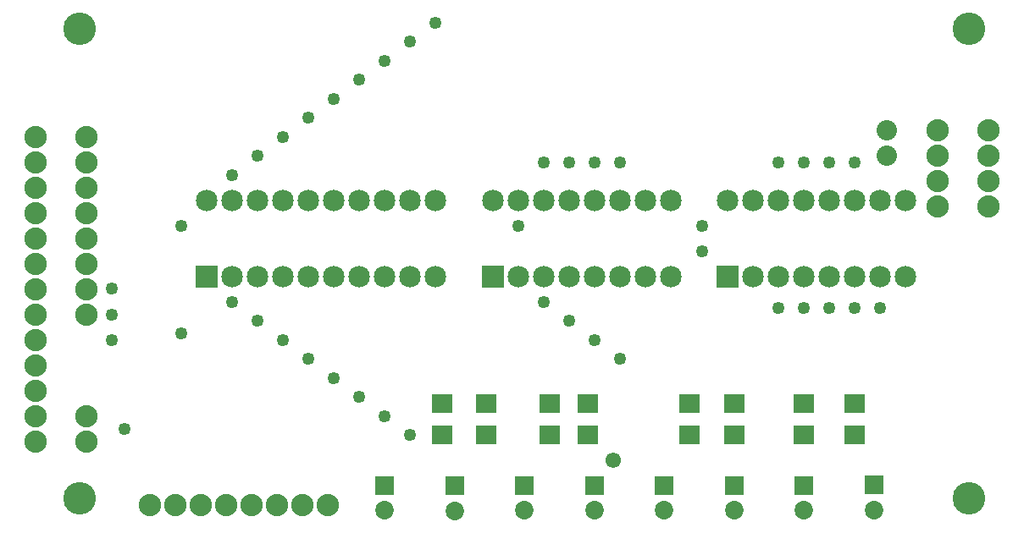
<source format=gbs>
G04 MADE WITH FRITZING*
G04 WWW.FRITZING.ORG*
G04 DOUBLE SIDED*
G04 HOLES PLATED*
G04 CONTOUR ON CENTER OF CONTOUR VECTOR*
%ASAXBY*%
%FSLAX23Y23*%
%MOIN*%
%OFA0B0*%
%SFA1.0B1.0*%
%ADD10C,0.049370*%
%ADD11C,0.088000*%
%ADD12C,0.080000*%
%ADD13C,0.072992*%
%ADD14C,0.061181*%
%ADD15C,0.128110*%
%ADD16C,0.085000*%
%ADD17R,0.084803X0.072992*%
%ADD18R,0.072992X0.072992*%
%ADD19R,0.085000X0.085000*%
%LNMASK0*%
G90*
G70*
G54D10*
X388Y962D03*
X388Y861D03*
X3413Y886D03*
G54D11*
X3638Y1586D03*
X3838Y1586D03*
X3638Y1286D03*
X3838Y1286D03*
G54D12*
X3438Y1587D03*
X3438Y1486D03*
G54D11*
X88Y661D03*
G54D13*
X3388Y188D03*
X3388Y89D03*
X3113Y186D03*
X3113Y88D03*
X2838Y186D03*
X2838Y88D03*
X2563Y186D03*
X2563Y88D03*
X2288Y186D03*
X2288Y88D03*
X2013Y186D03*
X2013Y88D03*
X1738Y185D03*
X1738Y86D03*
X1463Y186D03*
X1463Y88D03*
G54D10*
X863Y911D03*
X2088Y911D03*
X963Y836D03*
X2188Y836D03*
X2288Y761D03*
X1063Y761D03*
X2388Y686D03*
X1163Y686D03*
X3013Y886D03*
X1263Y611D03*
X3113Y886D03*
X1363Y536D03*
X3213Y886D03*
X1463Y461D03*
X3313Y886D03*
X1563Y386D03*
X2088Y1461D03*
X963Y1486D03*
X2188Y1461D03*
X1063Y1561D03*
X2288Y1461D03*
X1163Y1636D03*
X2388Y1461D03*
X1263Y1711D03*
X3013Y1461D03*
X1363Y1786D03*
X3113Y1461D03*
X1463Y1861D03*
X3213Y1461D03*
X1563Y1936D03*
X3313Y1461D03*
X1663Y2011D03*
X863Y1411D03*
G54D11*
X3638Y1486D03*
X3638Y1386D03*
X3838Y1486D03*
X3838Y1386D03*
G54D14*
X2363Y286D03*
G54D10*
X438Y411D03*
X663Y786D03*
X2713Y1111D03*
X1988Y1211D03*
X2713Y1211D03*
X388Y761D03*
X663Y1211D03*
G54D11*
X538Y111D03*
X638Y111D03*
X738Y111D03*
X838Y111D03*
X938Y111D03*
X1038Y111D03*
X1138Y111D03*
X1238Y111D03*
G54D15*
X263Y137D03*
X263Y1986D03*
X3763Y136D03*
X3763Y1986D03*
G54D16*
X763Y1011D03*
X763Y1311D03*
X863Y1011D03*
X863Y1311D03*
X963Y1011D03*
X963Y1311D03*
X1063Y1011D03*
X1063Y1311D03*
X1163Y1011D03*
X1163Y1311D03*
X1263Y1011D03*
X1263Y1311D03*
X1363Y1011D03*
X1363Y1311D03*
X1463Y1011D03*
X1463Y1311D03*
X1563Y1011D03*
X1563Y1311D03*
X1663Y1011D03*
X1663Y1311D03*
X1888Y1011D03*
X1888Y1311D03*
X1988Y1011D03*
X1988Y1311D03*
X2088Y1011D03*
X2088Y1311D03*
X2188Y1011D03*
X2188Y1311D03*
X2288Y1011D03*
X2288Y1311D03*
X2388Y1011D03*
X2388Y1311D03*
X2488Y1011D03*
X2488Y1311D03*
X2588Y1011D03*
X2588Y1311D03*
X2813Y1011D03*
X2813Y1311D03*
X2913Y1011D03*
X2913Y1311D03*
X3013Y1011D03*
X3013Y1311D03*
X3113Y1011D03*
X3113Y1311D03*
X3213Y1011D03*
X3213Y1311D03*
X3313Y1011D03*
X3313Y1311D03*
X3413Y1011D03*
X3413Y1311D03*
X3513Y1011D03*
X3513Y1311D03*
G54D11*
X88Y561D03*
X88Y361D03*
X288Y361D03*
X88Y461D03*
X288Y461D03*
X88Y861D03*
X88Y961D03*
X88Y1061D03*
X88Y1161D03*
X88Y1261D03*
X88Y1361D03*
X88Y1461D03*
X88Y1561D03*
X288Y861D03*
X288Y961D03*
X288Y1061D03*
X288Y1161D03*
X288Y1261D03*
X288Y1361D03*
X288Y1461D03*
X288Y1561D03*
X88Y761D03*
G54D17*
X3313Y509D03*
X3313Y386D03*
X3113Y509D03*
X3113Y386D03*
X2838Y509D03*
X2838Y386D03*
X2663Y509D03*
X2663Y386D03*
X2263Y509D03*
X2263Y386D03*
X2113Y509D03*
X2113Y386D03*
X1863Y509D03*
X1863Y386D03*
X1688Y509D03*
X1688Y386D03*
G54D18*
X3388Y188D03*
X3113Y186D03*
X2838Y186D03*
X2563Y186D03*
X2288Y186D03*
X2013Y186D03*
X1738Y185D03*
X1463Y186D03*
G54D19*
X763Y1011D03*
X1888Y1011D03*
X2813Y1011D03*
G04 End of Mask0*
M02*
</source>
